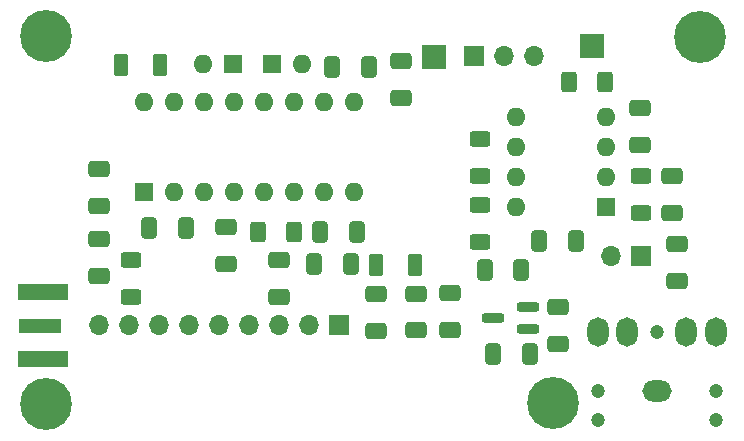
<source format=gbr>
%TF.GenerationSoftware,KiCad,Pcbnew,8.0.1-unknown-202403182320~f90c3ef075~ubuntu22.04.1*%
%TF.CreationDate,2024-03-20T20:40:56+05:30*%
%TF.ProjectId,BoB,426f422e-6b69-4636-9164-5f7063625858,rev?*%
%TF.SameCoordinates,Original*%
%TF.FileFunction,Soldermask,Top*%
%TF.FilePolarity,Negative*%
%FSLAX46Y46*%
G04 Gerber Fmt 4.6, Leading zero omitted, Abs format (unit mm)*
G04 Created by KiCad (PCBNEW 8.0.1-unknown-202403182320~f90c3ef075~ubuntu22.04.1) date 2024-03-20 20:40:56*
%MOMM*%
%LPD*%
G01*
G04 APERTURE LIST*
G04 Aperture macros list*
%AMRoundRect*
0 Rectangle with rounded corners*
0 $1 Rounding radius*
0 $2 $3 $4 $5 $6 $7 $8 $9 X,Y pos of 4 corners*
0 Add a 4 corners polygon primitive as box body*
4,1,4,$2,$3,$4,$5,$6,$7,$8,$9,$2,$3,0*
0 Add four circle primitives for the rounded corners*
1,1,$1+$1,$2,$3*
1,1,$1+$1,$4,$5*
1,1,$1+$1,$6,$7*
1,1,$1+$1,$8,$9*
0 Add four rect primitives between the rounded corners*
20,1,$1+$1,$2,$3,$4,$5,0*
20,1,$1+$1,$4,$5,$6,$7,0*
20,1,$1+$1,$6,$7,$8,$9,0*
20,1,$1+$1,$8,$9,$2,$3,0*%
G04 Aperture macros list end*
%ADD10R,2.000000X2.000000*%
%ADD11R,1.600000X1.600000*%
%ADD12O,1.600000X1.600000*%
%ADD13RoundRect,0.250000X-0.650000X0.412500X-0.650000X-0.412500X0.650000X-0.412500X0.650000X0.412500X0*%
%ADD14R,1.700000X1.700000*%
%ADD15O,1.700000X1.700000*%
%ADD16RoundRect,0.250000X0.650000X-0.412500X0.650000X0.412500X-0.650000X0.412500X-0.650000X-0.412500X0*%
%ADD17RoundRect,0.250000X-0.412500X-0.650000X0.412500X-0.650000X0.412500X0.650000X-0.412500X0.650000X0*%
%ADD18RoundRect,0.250000X-0.362500X-0.700000X0.362500X-0.700000X0.362500X0.700000X-0.362500X0.700000X0*%
%ADD19RoundRect,0.250000X0.412500X0.650000X-0.412500X0.650000X-0.412500X-0.650000X0.412500X-0.650000X0*%
%ADD20RoundRect,0.250000X-0.400000X-0.625000X0.400000X-0.625000X0.400000X0.625000X-0.400000X0.625000X0*%
%ADD21C,4.400000*%
%ADD22RoundRect,0.250000X-0.625000X0.400000X-0.625000X-0.400000X0.625000X-0.400000X0.625000X0.400000X0*%
%ADD23RoundRect,0.250000X0.625000X-0.400000X0.625000X0.400000X-0.625000X0.400000X-0.625000X-0.400000X0*%
%ADD24RoundRect,0.250000X0.400000X0.625000X-0.400000X0.625000X-0.400000X-0.625000X0.400000X-0.625000X0*%
%ADD25R,3.600000X1.270000*%
%ADD26R,4.200000X1.350000*%
%ADD27RoundRect,0.200000X0.750000X0.200000X-0.750000X0.200000X-0.750000X-0.200000X0.750000X-0.200000X0*%
%ADD28C,1.200000*%
%ADD29O,1.800000X2.500000*%
%ADD30O,2.500000X1.800000*%
G04 APERTURE END LIST*
D10*
%TO.C,TP1*%
X80460000Y-47660000D03*
%TD*%
D11*
%TO.C,D8*%
X66762000Y-48278000D03*
D12*
X69302000Y-48278000D03*
%TD*%
D13*
%TO.C,C5*%
X75612000Y-67733000D03*
X75612000Y-70858000D03*
%TD*%
D14*
%TO.C,RV1*%
X83900000Y-47590000D03*
D15*
X86440000Y-47590000D03*
X88980000Y-47590000D03*
%TD*%
D14*
%TO.C,J2*%
X98044000Y-64516000D03*
D15*
X95504000Y-64516000D03*
%TD*%
D16*
%TO.C,C8*%
X77710000Y-51102500D03*
X77710000Y-47977500D03*
%TD*%
D17*
%TO.C,C10*%
X56379500Y-62138000D03*
X59504500Y-62138000D03*
%TD*%
D18*
%TO.C,L1*%
X54009500Y-48338000D03*
X57334500Y-48338000D03*
%TD*%
D16*
%TO.C,C11*%
X52137000Y-60308000D03*
X52137000Y-57183000D03*
%TD*%
D19*
%TO.C,C6*%
X73462000Y-65208000D03*
X70337000Y-65208000D03*
%TD*%
D20*
%TO.C,R14*%
X65580000Y-62506000D03*
X68680000Y-62506000D03*
%TD*%
D19*
%TO.C,C9*%
X73991000Y-62506000D03*
X70866000Y-62506000D03*
%TD*%
D21*
%TO.C,H2*%
X90600000Y-76984000D03*
%TD*%
%TO.C,H4*%
X47649274Y-77087274D03*
%TD*%
D13*
%TO.C,C3*%
X78937000Y-67695500D03*
X78937000Y-70820500D03*
%TD*%
D21*
%TO.C,H1*%
X47649274Y-45892726D03*
%TD*%
D19*
%TO.C,C19*%
X87900000Y-65730000D03*
X84775000Y-65730000D03*
%TD*%
D18*
%TO.C,L2*%
X75599500Y-65258000D03*
X78924500Y-65258000D03*
%TD*%
D14*
%TO.C,JP1*%
X72438000Y-70380000D03*
D15*
X69898000Y-70380000D03*
X67358000Y-70380000D03*
X64818000Y-70380000D03*
X62278000Y-70380000D03*
X59738000Y-70380000D03*
X57198000Y-70380000D03*
X54658000Y-70380000D03*
X52118000Y-70380000D03*
%TD*%
D17*
%TO.C,C12*%
X89377000Y-63243000D03*
X92502000Y-63243000D03*
%TD*%
D16*
%TO.C,C2*%
X97942000Y-55132500D03*
X97942000Y-52007500D03*
%TD*%
D13*
%TO.C,C13*%
X91012000Y-68815500D03*
X91012000Y-71940500D03*
%TD*%
D10*
%TO.C,TP2*%
X93878000Y-46712000D03*
%TD*%
D13*
%TO.C,C17*%
X52112000Y-63045500D03*
X52112000Y-66170500D03*
%TD*%
%TO.C,C21*%
X67387000Y-64820500D03*
X67387000Y-67945500D03*
%TD*%
%TO.C,C16*%
X62890000Y-62030000D03*
X62890000Y-65155000D03*
%TD*%
D16*
%TO.C,C7*%
X100652000Y-60908000D03*
X100652000Y-57783000D03*
%TD*%
D22*
%TO.C,R13*%
X54872000Y-64848000D03*
X54872000Y-67948000D03*
%TD*%
D23*
%TO.C,R1*%
X84376000Y-63294000D03*
X84376000Y-60194000D03*
%TD*%
D24*
%TO.C,Rin1*%
X95000000Y-49778000D03*
X91900000Y-49778000D03*
%TD*%
D25*
%TO.C,J1*%
X47152000Y-70428000D03*
D26*
X47352000Y-67603000D03*
X47352000Y-73253000D03*
%TD*%
D23*
%TO.C,Rf1*%
X97992000Y-60863000D03*
X97992000Y-57763000D03*
%TD*%
D21*
%TO.C,H3*%
X103046000Y-45996000D03*
%TD*%
D19*
%TO.C,C1*%
X74968500Y-48514000D03*
X71843500Y-48514000D03*
%TD*%
D23*
%TO.C,R2*%
X84376000Y-57706000D03*
X84376000Y-54606000D03*
%TD*%
D27*
%TO.C,U4*%
X88470000Y-70730000D03*
X88470000Y-68830000D03*
X85470000Y-69780000D03*
%TD*%
D11*
%TO.C,D7*%
X63482000Y-48258000D03*
D12*
X60942000Y-48258000D03*
%TD*%
D17*
%TO.C,C18*%
X85480000Y-72840000D03*
X88605000Y-72840000D03*
%TD*%
D13*
%TO.C,C4*%
X81840000Y-67685000D03*
X81840000Y-70810000D03*
%TD*%
%TO.C,C14*%
X101092000Y-63500000D03*
X101092000Y-66625000D03*
%TD*%
D11*
%TO.C,U1*%
X55922000Y-59068000D03*
D12*
X58462000Y-59068000D03*
X61002000Y-59068000D03*
X63542000Y-59068000D03*
X66082000Y-59068000D03*
X68622000Y-59068000D03*
X71162000Y-59068000D03*
X73702000Y-59068000D03*
X73702000Y-51448000D03*
X71162000Y-51448000D03*
X68622000Y-51448000D03*
X66082000Y-51448000D03*
X63542000Y-51448000D03*
X61002000Y-51448000D03*
X58462000Y-51448000D03*
X55922000Y-51448000D03*
%TD*%
D28*
%TO.C,SPK1*%
X94362000Y-78420000D03*
X104362000Y-78420000D03*
X94362000Y-75920000D03*
X104362000Y-75920000D03*
X99362000Y-70920000D03*
D29*
X94362000Y-70920000D03*
X96862000Y-70920000D03*
D30*
X99362000Y-75920000D03*
D29*
X104362000Y-70920000D03*
X101862000Y-70920000D03*
%TD*%
D11*
%TO.C,U2*%
X95062000Y-60343000D03*
D12*
X95062000Y-57803000D03*
X95062000Y-55263000D03*
X95062000Y-52723000D03*
X87442000Y-52723000D03*
X87442000Y-55263000D03*
X87442000Y-57803000D03*
X87442000Y-60343000D03*
%TD*%
M02*

</source>
